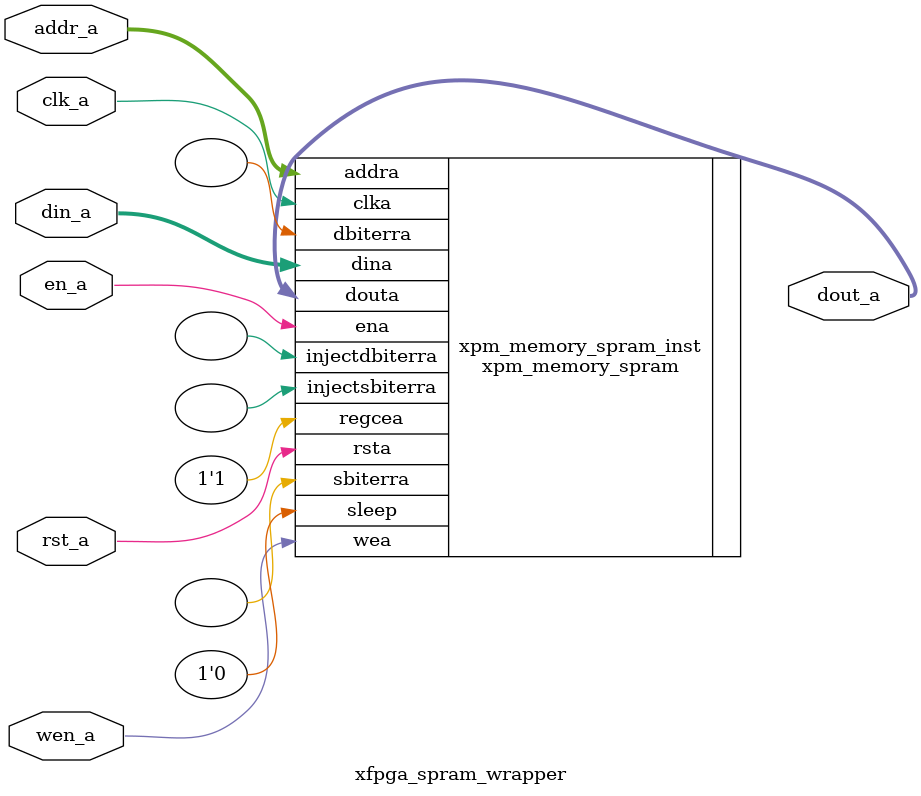
<source format=v>
module xfpga_spram_wrapper
    #(
        parameter   DEPTH               = 32                               , // depth
        parameter   DW                  = 32                               , // data width
        parameter   AW                  = $clog2(DEPTH)>0? $clog2(DEPTH):1 , // depth 32 -> addr 5?at least 1
        parameter   BYTE_WRITE_WIDTH_A  = DW                               , // BYTE WRITE WIDTH for port-A, if BYTE_WRITE_WIDTH_A is DW, means disable BYTE Write
        parameter   READ_LATENCY_A      = 1                                ,
        parameter   WRITE_MODE_A        = "read_first"                     , // no_change, read_first, write_first. Default value = no_change.
        parameter   MEMORY_TYPE         = "auto"                           , // "auto"  "block"  "distributed"  "ultra"- URAM
        parameter   INIT_FILE           = "none"                             // "none"--> not use init file
    )
(

// write port-A
input  wire                              clk_a    ,  // write clk for port-A
input  wire                              rst_a    ,  // reset for FPGA dout of port-A, active high
input  wire                              en_a     ,  // memory eanble for port-A, active high
input  wire  [DW/BYTE_WRITE_WIDTH_A-1:0] wen_a    ,  // write  enable for port-A, active high
input  wire  [AW  -1 : 0]                addr_a   ,
input  wire  [DW  -1 : 0]                din_a    ,
output wire  [DW  -1 : 0]                dout_a

);


   // xpm_memory_sdpram: Simple Dual Port RAM
   // Xilinx Parameterized Macro, version 2020.2

    xpm_memory_spram #(
        .ADDR_WIDTH_A            ( AW                    ) , // DECIMAL
        .AUTO_SLEEP_TIME         ( 0                     ) , // DECIMAL
        .BYTE_WRITE_WIDTH_A      ( BYTE_WRITE_WIDTH_A    ) , // DECIMAL, if BYTE_WRITE_WIDTH_A = DW, means to enable word-wide writes
        .CASCADE_HEIGHT          ( 0                     ) , // DECIMAL
        .ECC_MODE                ( "no_ecc"              ) , // String
        .MEMORY_INIT_FILE        ( INIT_FILE             ) , // String
        .MEMORY_INIT_PARAM       ( "0"                   ) , // String
        .MEMORY_OPTIMIZATION     ( "true"                ) , // String
        .MEMORY_PRIMITIVE        ( MEMORY_TYPE           ) , // String
        .MEMORY_SIZE             ( DEPTH * DW            ) , // DECIMAL
        .MESSAGE_CONTROL         ( 0                     ) , // DECIMAL
        .READ_DATA_WIDTH_A       ( DW                    ) , // DECIMAL
        .READ_LATENCY_A          ( READ_LATENCY_A        ) , // READ_LATENCY_A  1
        .READ_RESET_VALUE_A      ( "0"                   ) , // String
        .RST_MODE_A              ( "SYNC"                ) , // String
        .SIM_ASSERT_CHK          ( 0                     ) , // DECIMAL; 0=disable simulation messages, 1=enable simulation messages
        .USE_MEM_INIT            ( INIT_FILE=="none"?0:1 ) , // DECIMAL
        .WAKEUP_TIME             ( "disable_sleep"       ) , // String
        .WRITE_DATA_WIDTH_A      ( DW                    ) , // DECIMAL
        .WRITE_MODE_A            ( WRITE_MODE_A          )   // using read_first, it will read the previous data; but without conflict;
                                                             //       Allowed values: no_change, read_first, write_first. Default value = no_change.
    )
    xpm_memory_spram_inst (
        .dbiterra(),                    // 1-bit output: Status signal to indicate double bit error occurrence
                                        // on the data output of port A.

        .douta(dout_a),                 // READ_DATA_WIDTH_A-bit output: Data output for port A read operations.
        .sbiterra(),                    // 1-bit output: Status signal to indicate single bit error occurrence
                                        // on the data output of port A.

        .addra(addr_a),                 // ADDR_WIDTH_A-bit input: Address for port A write and read operations.
        .clka(clk_a),                   // 1-bit input: Clock signal for port A.

        .dina(din_a),                   // WRITE_DATA_WIDTH_A-bit input: Data input for port A write operations.
        .ena(en_a),                     // 1-bit input: Memory enable signal for port A. Must be high on clock
                                        // cycles when write operations are initiated. Pipelined internally.

        .injectdbiterra(),              // 1-bit input: Controls double bit error injection on input data when
                                        // ECC enabled (Error injection capability is not available in
                                        // "decode_only" mode).

        .injectsbiterra(),              // 1-bit input: Controls single bit error injection on input data when
                                        // ECC enabled (Error injection capability is not available in
                                        // "decode_only" mode).

        .regcea(1'b1),                  // 1-bit input: Clock Enable for the last register stage on the output
                                        // data path.

        .rsta(rst_a),                   // 1-bit input: Reset signal for the final port A output register stage.
                                        // Synchronously resets output port douta to the value specified by
                                        // parameter READ_RESET_VALUE_A.

        .sleep(1'b0),                   // 1-bit input: sleep signal to enable the dynamic power saving feature.
        .wea(wen_a)                     // WRITE_DATA_WIDTH_A/BYTE_WRITE_WIDTH_A-bit input: Write enable vector
                                        // for port A input data port dina. 1 bit wide when word-wide writes are
                                        // used. In byte-wide write configurations, each bit controls the
                                        // writing one byte of dina to address addra. For example, to
                                        // synchronously write only bits [15-8] of dina when WRITE_DATA_WIDTH_A
                                        // is 32, wea would be 4'b0010.
    );


endmodule


//////////////////////////////////////



//    // End of xpm_memory_spram_inst instantiation

</source>
